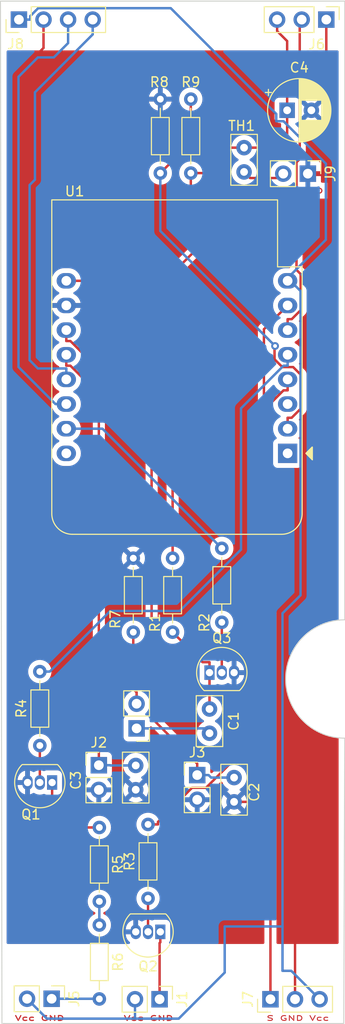
<source format=kicad_pcb>
(kicad_pcb (version 20221018) (generator pcbnew)
  (title_block (comment 4 "AISLER Project ID: RXVASBWQ"))
  (layers (0 "F.Cu" signal) (31 "B.Cu" signal) (34 "B.Paste" user) (35 "F.Paste" user) (36 "B.SilkS" user "B.Silkscreen") (37 "F.SilkS" user "F.Silkscreen") (38 "B.Mask" user) (39 "F.Mask" user) (44 "Edge.Cuts" user))
  (net 0 "")
  (net 1 "Net-(Q3-C)")
  (net 2 "Net-(J4-Pin_1)")
  (net 3 "GND")
  (net 4 "Net-(J3-Pin_1)")
  (net 5 "Net-(J2-Pin_1)")
  (net 6 "Net-(J1-Pin_1)")
  (net 7 "+3.3V")
  (net 8 "Net-(J5-Pin_1)")
  (net 9 "Net-(J6-Pin_2)")
  (net 10 "+5V")
  (net 11 "Net-(J7-Pin_1)")
  (net 12 "Net-(J8-Pin_3)")
  (net 13 "Net-(J8-Pin_4)")
  (net 14 "Net-(Q1-B)")
  (net 15 "Net-(Q2-B)")
  (net 16 "Net-(Q3-B)")
  (net 17 "Net-(U1-RX)")
  (net 18 "Net-(U1-CS{slash}D8)")
  (net 19 "Net-(U1-MISO{slash}D6)")
  (net 21 "Net-(U1-A0)")
  (net 24 "Net-(Q1-C)")
  (net 25 "Net-(R5-Pad2)")
  (net 26 "Net-(J4-Pin_2)")
  (net 27 "Net-(J9-Pin_2)")
  (footprint "Resistor_THT:R_Axial_DIN0204_L3.6mm_D1.6mm_P7.62mm_Horizontal" (layer "F.Cu") (at 130.556 114.554 -90)
    (fp_text reference "R7" (at 6.296 1.856 -90) (layer "F.SilkS"))
    (fp_text value "0R")
    (pad "1" thru_hole circle (at 0 0 270) (size 1.4 1.4) (drill 0.7) (layers "*.Cu" "*.Mask") (net 3 "GND"))
    (pad "2" thru_hole oval (at 7.62 0 270) (size 1.4 1.4) (drill 0.7) (layers "*.Cu" "*.Mask") (net 26 "Net-(J4-Pin_2)"))
  )
  (footprint "Package_TO_SOT_THT:TO-92_Inline" (layer "F.Cu") (at 138.43 126.344)
    (fp_text reference "Q3" (at 1.27 -3.56) (layer "F.SilkS"))
    (fp_text value "BC547" hide)
    (pad "1" thru_hole rect (at 0 0) (size 1.05 1.5) (drill 0.75) (layers "*.Cu" "*.Mask") (net 1 "Net-(Q3-C)"))
    (pad "2" thru_hole oval (at 1.27 0) (size 1.05 1.5) (drill 0.75) (layers "*.Cu" "*.Mask") (net 16 "Net-(Q3-B)"))
    (pad "3" thru_hole oval (at 2.54 0) (size 1.05 1.5) (drill 0.75) (layers "*.Cu" "*.Mask") (net 3 "GND"))
  )
  (footprint "Resistor_THT:R_Axial_DIN0204_L3.6mm_D1.6mm_P7.62mm_Horizontal" (layer "F.Cu") (at 134.62 122.174 90)
    (fp_text reference "R1" (at 0.974 -1.82 90) (layer "F.SilkS"))
    (fp_text value "39R")
    (pad "1" thru_hole circle (at 0 0 90) (size 1.4 1.4) (drill 0.7) (layers "*.Cu" "*.Mask") (net 1 "Net-(Q3-C)"))
    (pad "2" thru_hole oval (at 7.62 0 90) (size 1.4 1.4) (drill 0.7) (layers "*.Cu" "*.Mask") (net 10 "+5V"))
  )
  (footprint "Connector_PinHeader_2.54mm:PinHeader_1x02_P2.54mm_Vertical" (layer "F.Cu") (at 130.9 132.09 180)
    (fp_text reference "J4" hide)
    (fp_text value "Speaker")
    (pad "1" thru_hole rect (at 0 0 180) (size 1.7 1.7) (drill 1) (layers "*.Cu" "*.Mask") (net 2 "Net-(J4-Pin_1)"))
    (pad "2" thru_hole oval (at 0 2.54 180) (size 1.7 1.7) (drill 1) (layers "*.Cu" "*.Mask") (net 26 "Net-(J4-Pin_2)"))
  )
  (footprint "Connector_PinHeader_2.54mm:PinHeader_1x04_P2.54mm_Vertical" (layer "F.Cu") (at 118.745 59.055 90)
    (fp_text reference "J8" (at -2.525 -0.335 180) (layer "F.SilkS"))
    (fp_text value "Display")
    (pad "1" thru_hole rect (at 0 0 90) (size 1.7 1.7) (drill 1) (layers "*.Cu" "*.Mask") (net 7 "+3.3V"))
    (pad "2" thru_hole oval (at 0 2.54 90) (size 1.7 1.7) (drill 1) (layers "*.Cu" "*.Mask") (net 3 "GND"))
    (pad "3" thru_hole oval (at 0 5.08 90) (size 1.7 1.7) (drill 1) (layers "*.Cu" "*.Mask") (net 12 "Net-(J8-Pin_3)"))
    (pad "4" thru_hole oval (at 0 7.62 90) (size 1.7 1.7) (drill 1) (layers "*.Cu" "*.Mask") (net 13 "Net-(J8-Pin_4)"))
  )
  (footprint "Capacitor_THT:C_Disc_D5.0mm_W2.5mm_P2.50mm" (layer "F.Cu") (at 138.43 130.0914 -90)
    (fp_text reference "C1" (at 1.25 -2.5 -90) (layer "F.SilkS"))
    (fp_text value "C_Polarized_Small")
    (pad "1" thru_hole circle (at 0 0 270) (size 1.6 1.6) (drill 0.8) (layers "*.Cu" "*.Mask") (net 1 "Net-(Q3-C)"))
    (pad "2" thru_hole circle (at 2.5 0 270) (size 1.6 1.6) (drill 0.8) (layers "*.Cu" "*.Mask") (net 2 "Net-(J4-Pin_1)"))
  )
  (footprint "Capacitor_THT:CP_Radial_D6.3mm_P2.50mm" (layer "F.Cu") (at 146.45 68.4)
    (fp_text reference "C4" (at 1.25 -4.4) (layer "F.SilkS"))
    (fp_text value "100uF optional" hide)
    (pad "1" thru_hole rect (at 0 0) (size 1.6 1.6) (drill 0.8) (layers "*.Cu" "*.Mask") (net 10 "+5V"))
    (pad "2" thru_hole circle (at 2.5 0) (size 1.6 1.6) (drill 0.8) (layers "*.Cu" "*.Mask") (net 3 "GND"))
  )
  (footprint "Connector_PinHeader_2.54mm:PinHeader_1x02_P2.54mm_Vertical" (layer "F.Cu") (at 137.16 136.901)
    (fp_text reference "J3" (at 0 -2.33) (layer "F.SilkS"))
    (fp_text value "Aim_B")
    (pad "1" thru_hole rect (at 0 0) (size 1.7 1.7) (drill 1) (layers "*.Cu" "*.Mask") (net 4 "Net-(J3-Pin_1)"))
    (pad "2" thru_hole oval (at 0 2.54) (size 1.7 1.7) (drill 1) (layers "*.Cu" "*.Mask") (net 3 "GND"))
  )
  (footprint "Connector_PinHeader_2.54mm:PinHeader_1x03_P2.54mm_Vertical" (layer "F.Cu") (at 144.725 160 90)
    (fp_text reference "J7" (at 0 -2.33 90) (layer "F.SilkS"))
    (fp_text value "IR_RCV")
    (pad "1" thru_hole rect (at 0 0 90) (size 1.7 1.7) (drill 1) (layers "*.Cu" "*.Mask") (net 11 "Net-(J7-Pin_1)"))
    (pad "2" thru_hole oval (at 0 2.54 90) (size 1.7 1.7) (drill 1) (layers "*.Cu" "*.Mask") (net 3 "GND"))
    (pad "3" thru_hole oval (at 0 5.08 90) (size 1.7 1.7) (drill 1) (layers "*.Cu" "*.Mask") (net 7 "+3.3V"))
  )
  (footprint "Capacitor_THT:C_Disc_D5.0mm_W2.5mm_P2.50mm" (layer "F.Cu") (at 140.97 139.66 90)
    (fp_text reference "C2" (at 0.99 2.08 90) (layer "F.SilkS"))
    (fp_text value "104nF" hide)
    (pad "1" thru_hole circle (at 0 0 90) (size 1.6 1.6) (drill 0.8) (layers "*.Cu" "*.Mask") (net 3 "GND"))
    (pad "2" thru_hole circle (at 2.5 0 90) (size 1.6 1.6) (drill 0.8) (layers "*.Cu" "*.Mask") (net 4 "Net-(J3-Pin_1)"))
  )
  (footprint "Capacitor_THT:C_Disc_D5.0mm_W2.5mm_P2.50mm" (layer "F.Cu") (at 142 74.75 90)
    (fp_text reference "TH1" (at 4.75 -0.25 180) (layer "F.SilkS"))
    (fp_text value "Thermistor_PTC")
    (pad "1" thru_hole circle (at 0 0 90) (size 1.6 1.6) (drill 0.8) (layers "*.Cu" "*.Mask") (net 27 "Net-(J9-Pin_2)"))
    (pad "2" thru_hole circle (at 2.5 0 90) (size 1.6 1.6) (drill 0.8) (layers "*.Cu" "*.Mask") (net 10 "+5V"))
  )
  (footprint "Resistor_THT:R_Axial_DIN0204_L3.6mm_D1.6mm_P7.62mm_Horizontal" (layer "F.Cu") (at 120.904 133.858 90)
    (fp_text reference "R4" (at 3.81 -1.92 90) (layer "F.SilkS"))
    (fp_text value "10K")
    (pad "1" thru_hole circle (at 0 0 90) (size 1.4 1.4) (drill 0.7) (layers "*.Cu" "*.Mask") (net 14 "Net-(Q1-B)"))
    (pad "2" thru_hole oval (at 7.62 0 90) (size 1.4 1.4) (drill 0.7) (layers "*.Cu" "*.Mask") (net 19 "Net-(U1-MISO{slash}D6)"))
  )
  (footprint "Connector_PinHeader_2.54mm:PinHeader_1x02_P2.54mm_Vertical" (layer "F.Cu") (at 148.59 74.93 -90)
    (fp_text reference "J9" (at 0 -2.33 90) (layer "F.SilkS"))
    (fp_text value "Power")
    (pad "1" thru_hole rect (at 0 0 270) (size 1.7 1.7) (drill 1) (layers "*.Cu" "*.Mask") (net 3 "GND"))
    (pad "2" thru_hole oval (at 0 2.54 270) (size 1.7 1.7) (drill 1) (layers "*.Cu" "*.Mask") (net 27 "Net-(J9-Pin_2)"))
  )
  (footprint "Resistor_THT:R_Axial_DIN0204_L3.6mm_D1.6mm_P7.62mm_Horizontal" (layer "F.Cu") (at 132.08 149.606 90)
    (fp_text reference "R3" (at 3.81 -1.92 90) (layer "F.SilkS"))
    (fp_text value "10K")
    (pad "1" thru_hole circle (at 0 0 90) (size 1.4 1.4) (drill 0.7) (layers "*.Cu" "*.Mask") (net 15 "Net-(Q2-B)"))
    (pad "2" thru_hole oval (at 7.62 0 90) (size 1.4 1.4) (drill 0.7) (layers "*.Cu" "*.Mask") (net 18 "Net-(U1-CS{slash}D8)"))
  )
  (footprint "Module:WEMOS_D1_mini_light" (layer "F.Cu") (at 146.5 103.75 180)
    (fp_text reference "U1" (at 22 27) (layer "F.SilkS"))
    (fp_text value "WeMos_D1_mini")
    (pad "1" thru_hole rect (at 0 0 180) (size 2 2) (drill 1) (layers "*.Cu" "*.Mask"))
    (pad "2" thru_hole oval (at 0 2.54 180) (size 2 1.6) (drill 1) (layers "*.Cu" "*.Mask") (net 21 "Net-(U1-A0)"))
    (pad "3" thru_hole oval (at 0 5.08 180) (size 2 1.6) (drill 1) (layers "*.Cu" "*.Mask"))
    (pad "4" thru_hole oval (at 0 7.62 180) (size 2 1.6) (drill 1) (layers "*.Cu" "*.Mask") (net 11 "Net-(J7-Pin_1)"))
    (pad "5" thru_hole oval (at 0 10.16 180) (size 2 1.6) (drill 1) (layers "*.Cu" "*.Mask") (net 19 "Net-(U1-MISO{slash}D6)"))
    (pad "6" thru_hole oval (at 0 12.7 180) (size 2 1.6) (drill 1) (layers "*.Cu" "*.Mask") (net 9 "Net-(J6-Pin_2)"))
    (pad "7" thru_hole oval (at 0 15.24 180) (size 2 1.6) (drill 1) (layers "*.Cu" "*.Mask") (net 18 "Net-(U1-CS{slash}D8)"))
    (pad "8" thru_hole oval (at 0 17.78 180) (size 2 1.6) (drill 1) (layers "*.Cu" "*.Mask") (net 7 "+3.3V"))
    (pad "9" thru_hole oval (at 22.86 17.78 180) (size 2 1.6) (drill 1) (layers "*.Cu" "*.Mask") (net 10 "+5V"))
    (pad "10" thru_hole oval (at 22.86 15.24 180) (size 2 1.6) (drill 1) (layers "*.Cu" "*.Mask") (net 3 "GND"))
    (pad "11" thru_hole oval (at 22.86 12.7 180) (size 2 1.6) (drill 1) (layers "*.Cu" "*.Mask") (net 4 "Net-(J3-Pin_1)"))
    (pad "12" thru_hole oval (at 22.86 10.16 180) (size 2 1.6) (drill 1) (layers "*.Cu" "*.Mask") (net 5 "Net-(J2-Pin_1)"))
    (pad "13" thru_hole oval (at 22.86 7.62 180) (size 2 1.6) (drill 1) (layers "*.Cu" "*.Mask") (net 13 "Net-(J8-Pin_4)"))
    (pad "14" thru_hole oval (at 22.86 5.08 180) (size 2 1.6) (drill 1) (layers "*.Cu" "*.Mask") (net 12 "Net-(J8-Pin_3)"))
    (pad "15" thru_hole oval (at 22.86 2.54 180) (size 2 1.6) (drill 1) (layers "*.Cu" "*.Mask") (net 17 "Net-(U1-RX)"))
    (pad "16" thru_hole oval (at 22.86 0 180) (size 2 1.6) (drill 1) (layers "*.Cu" "*.Mask"))
  )
  (footprint "Resistor_THT:R_Axial_DIN0204_L3.6mm_D1.6mm_P7.62mm_Horizontal" (layer "F.Cu") (at 127.05 142.3 -90)
    (fp_text reference "R5" (at 3.81 -1.92 -90) (layer "F.SilkS"))
    (fp_text value "160R")
    (pad "1" thru_hole circle (at 0 0 270) (size 1.4 1.4) (drill 0.7) (layers "*.Cu" "*.Mask") (net 24 "Net-(Q1-C)"))
    (pad "2" thru_hole oval (at 7.62 0 270) (size 1.4 1.4) (drill 0.7) (layers "*.Cu" "*.Mask") (net 25 "Net-(R5-Pad2)"))
  )
  (footprint "Connector_PinHeader_2.54mm:PinHeader_1x02_P2.54mm_Vertical" (layer "F.Cu") (at 127 135.885)
    (fp_text reference "J2" (at 0 -2.33) (layer "F.SilkS"))
    (fp_text value "Shoot_B")
    (pad "1" thru_hole rect (at 0 0) (size 1.7 1.7) (drill 1) (layers "*.Cu" "*.Mask") (net 5 "Net-(J2-Pin_1)"))
    (pad "2" thru_hole oval (at 0 2.54) (size 1.7 1.7) (drill 1) (layers "*.Cu" "*.Mask") (net 3 "GND"))
  )
  (footprint "Capacitor_THT:C_Disc_D5.0mm_W2.5mm_P2.50mm" (layer "F.Cu") (at 130.81 138.41 90)
    (fp_text reference "C3" (at 0.97 -6.19 90) (layer "F.SilkS"))
    (fp_text value "104nF")
    (pad "1" thru_hole circle (at 0 0 90) (size 1.6 1.6) (drill 0.8) (layers "*.Cu" "*.Mask") (net 3 "GND"))
    (pad "2" thru_hole circle (at 2.5 0 90) (size 1.6 1.6) (drill 0.8) (layers "*.Cu" "*.Mask") (net 5 "Net-(J2-Pin_1)"))
  )
  (footprint "Resistor_THT:R_Axial_DIN0204_L3.6mm_D1.6mm_P7.62mm_Horizontal" (layer "F.Cu") (at 133.35 74.87 90)
    (fp_text reference "R8" (at 9.37 -0.1 180) (layer "F.SilkS"))
    (fp_text value "200000R")
    (pad "1" thru_hole circle (at 0 0 90) (size 1.4 1.4) (drill 0.7) (layers "*.Cu" "*.Mask") (net 21 "Net-(U1-A0)"))
    (pad "2" thru_hole oval (at 7.62 0 90) (size 1.4 1.4) (drill 0.7) (layers "*.Cu" "*.Mask") (net 3 "GND"))
  )
  (footprint "Connector_PinHeader_2.54mm:PinHeader_1x02_P2.54mm_Vertical" (layer "F.Cu") (at 122.125 159.95 -90)
    (fp_text reference "J5" (at 0 -2.33 90) (layer "F.SilkS"))
    (fp_text value "Shoot_laser")
    (pad "1" thru_hole rect (at 0 0 270) (size 1.7 1.7) (drill 1) (layers "*.Cu" "*.Mask") (net 8 "Net-(J5-Pin_1)"))
    (pad "2" thru_hole oval (at 0 2.54 270) (size 1.7 1.7) (drill 1) (layers "*.Cu" "*.Mask") (net 7 "+3.3V"))
  )
  (footprint "Connector_PinHeader_2.54mm:PinHeader_1x03_P2.54mm_Vertical" (layer "F.Cu") (at 150.495 59.055 -90)
    (fp_text reference "J6" (at 2.555 0.985 -180) (layer "F.SilkS"))
    (fp_text value "Neopixel")
    (pad "1" thru_hole rect (at 0 0 270) (size 1.7 1.7) (drill 1) (layers "*.Cu" "*.Mask") (net 3 "GND"))
    (pad "2" thru_hole oval (at 0 2.54 270) (size 1.7 1.7) (drill 1) (layers "*.Cu" "*.Mask") (net 9 "Net-(J6-Pin_2)"))
    (pad "3" thru_hole oval (at 0 5.08 270) (size 1.7 1.7) (drill 1) (layers "*.Cu" "*.Mask") (net 10 "+5V"))
  )
  (footprint "Resistor_THT:R_Axial_DIN0204_L3.6mm_D1.6mm_P7.62mm_Horizontal" (layer "F.Cu") (at 127.05 152.35 -90)
    (fp_text reference "R6" (at 3.81 -1.92 -90) (layer "F.SilkS"))
    (fp_text value "6.2R")
    (pad "1" thru_hole circle (at 0 0 270) (size 1.4 1.4) (drill 0.7) (layers "*.Cu" "*.Mask") (net 25 "Net-(R5-Pad2)"))
    (pad "2" thru_hole oval (at 7.62 0 270) (size 1.4 1.4) (drill 0.7) (layers "*.Cu" "*.Mask") (net 8 "Net-(J5-Pin_1)"))
  )
  (footprint "Connector_PinHeader_2.54mm:PinHeader_1x02_P2.54mm_Vertical" (layer "F.Cu") (at 133.275 160 -90)
    (fp_text reference "J1" (at 0 -2.33 90) (layer "F.SilkS"))
    (fp_text value "Aim_Laser")
    (pad "1" thru_hole rect (at 0 0 270) (size 1.7 1.7) (drill 1) (layers "*.Cu" "*.Mask") (net 6 "Net-(J1-Pin_1)"))
    (pad "2" thru_hole oval (at 0 2.54 270) (size 1.7 1.7) (drill 1) (layers "*.Cu" "*.Mask") (net 7 "+3.3V"))
  )
  (footprint "Package_TO_SOT_THT:TO-92_Inline" (layer "F.Cu") (at 133.35 153.056 180)
    (fp_text reference "Q2" (at 1.27 -3.56) (layer "F.SilkS"))
    (fp_text value "BC547" hide)
    (pad "1" thru_hole rect (at 0 0 180) (size 1.05 1.5) (drill 0.75) (layers "*.Cu" "*.Mask") (net 6 "Net-(J1-Pin_1)"))
    (pad "2" thru_hole oval (at 1.27 0 180) (size 1.05 1.5) (drill 0.75) (layers "*.Cu" "*.Mask") (net 15 "Net-(Q2-B)"))
    (pad "3" thru_hole oval (at 2.54 0 180) (size 1.05 1.5) (drill 0.75) (layers "*.Cu" "*.Mask") (net 3 "GND"))
  )
  (footprint "Resistor_THT:R_Axial_DIN0204_L3.6mm_D1.6mm_P7.62mm_Horizontal" (layer "F.Cu") (at 139.7 113.538 -90)
    (fp_text reference "R2" (at 7.662 1.8 -90) (layer "F.SilkS"))
    (fp_text value "1K")
    (pad "1" thru_hole circle (at 0 0 270) (size 1.4 1.4) (drill 0.7) (layers "*.Cu" "*.Mask") (net 17 "Net-(U1-RX)"))
    (pad "2" thru_hole oval (at 7.62 0 270) (size 1.4 1.4) (drill 0.7) (layers "*.Cu" "*.Mask") (net 16 "Net-(Q3-B)"))
  )
  (footprint "Package_TO_SOT_THT:TO-92_Inline" (layer "F.Cu") (at 122.174 137.668 180)
    (fp_text reference "Q1" (at 2.1924 -3.2942) (layer "F.SilkS"))
    (fp_text value "BC547" hide)
    (pad "1" thru_hole rect (at 0 0 180) (size 1.05 1.5) (drill 0.75) (layers "*.Cu" "*.Mask") (net 24 "Net-(Q1-C)"))
    (pad "2" thru_hole oval (at 1.27 0 180) (size 1.05 1.5) (drill 0.75) (layers "*.Cu" "*.Mask") (net 14 "Net-(Q1-B)"))
    (pad "3" thru_hole oval (at 2.54 0 180) (size 1.05 1.5) (drill 0.75) (layers "*.Cu" "*.Mask") (net 3 "GND"))
  )
  (footprint "Resistor_THT:R_Axial_DIN0204_L3.6mm_D1.6mm_P7.62mm_Horizontal" (layer "F.Cu") (at 136.5 74.87 90)
    (fp_text reference "R9" (at 9.37 0 180) (layer "F.SilkS"))
    (fp_text value "100000R")
    (pad "1" thru_hole circle (at 0 0 90) (size 1.4 1.4) (drill 0.7) (layers "*.Cu" "*.Mask") (net 10 "+5V"))
    (pad "2" thru_hole oval (at 7.62 0 90) (size 1.4 1.4) (drill 0.7) (layers "*.Cu" "*.Mask") (net 21 "Net-(U1-A0)"))
  )
  (gr_line (start 152.4 133.096) (end 152.2984 162.5) (stroke (width 0.1)) (layer "Edge.Cuts"))
  (gr_line (start 116.84 57.15) (end 116.9924 162.5) (stroke (width 0.1)) (layer "Edge.Cuts"))
  (gr_line (start 152.4 57.15) (end 152.4 120.904) (stroke (width 0.1)) (layer "Edge.Cuts"))
  (gr_arc (start 152.4 133.096) (mid 146.304 127) (end 152.4 120.904) (stroke (width 0.1)) (layer "Edge.Cuts"))
  (gr_line (start 152.4 57.15) (end 116.84 57.15) (stroke (width 0.1)) (layer "Edge.Cuts"))
  (gr_line (start 116.9924 162.5) (end 152.2984 162.5) (stroke (width 0.1)) (layer "Edge.Cuts"))
  (gr_text "Vcc GND" (at 118.25 162.25) (layer "F.Cu") (effects (font (size 0.5 0.8) (thickness 0.125) bold) (justify left bottom)))
  (gr_text "5V  GND" (at 145 77) (layer "F.Cu") (effects (font (size 0.5 0.8) (thickness 0.125) bold) (justify left bottom)))
  (gr_text "S GND Vcc" (at 144.25 162.25) (layer "F.Cu") (effects (font (size 0.5 0.8) (thickness 0.1) bold) (justify left bottom)))
  (gr_text "Vcc GND" (at 129.5 162.25) (layer "F.Cu") (effects (font (size 0.5 0.8) (thickness 0.125) bold) (justify left bottom)))
  (segment (start 138.43 130.091) (end 138.43 130.0914) (width 0.25) (layer "F.Cu") (net 1))
  (segment (start 138.43 125.267) (end 138.43 126.344) (width 0.25) (layer "F.Cu") (net 1))
  (segment (start 138.43 130.091) (end 138.43 126.344) (width 0.25) (layer "F.Cu") (net 1))
  (segment (start 137.713 125.267) (end 138.43 125.267) (width 0.25) (layer "F.Cu") (net 1))
  (segment (start 134.62 122.174) (end 137.713 125.267) (width 0.25) (layer "F.Cu") (net 1))
  (segment (start 138.43 132.091) (end 138.4296 132.091) (width 0.25) (layer "B.Cu") (net 2))
  (segment (start 138.4296 132.091) (end 138.43 132.0914) (width 0.25) (layer "B.Cu") (net 2))
  (segment (start 132.077 132.09) (end 130.9 132.09) (width 0.25) (layer "B.Cu") (net 2))
  (segment (start 138.4296 132.091) (end 132.078 132.091) (width 0.25) (layer "B.Cu") (net 2))
  (segment (start 132.078 132.091) (end 132.077 132.09) (width 0.25) (layer "B.Cu") (net 2))
  (segment (start 121.285 61.9752) (end 121.285 59.055) (width 0.25) (layer "F.Cu") (net 3))
  (segment (start 142.99 139.66) (end 140.97 139.66) (width 0.25) (layer "F.Cu") (net 3))
  (segment (start 147.265 153.515) (end 147.25 153.5) (width 0.25) (layer "F.Cu") (net 3))
  (segment (start 143 139.65) (end 142.99 139.66) (width 0.25) (layer "F.Cu") (net 3))
  (segment (start 147.265 160) (end 147.265 153.515) (width 0.25) (layer "F.Cu") (net 3))
  (segment (start 150.495 64.4482) (end 150.495 59.055) (width 0.25) (layer "F.Cu") (net 3))
  (segment (start 120.413 62.8475) (end 121.285 61.9752) (width 0.25) (layer "F.Cu") (net 3))
  (segment (start 124.063 92.1769) (end 132.45 100.564) (width 0.25) (layer "F.Cu") (net 4))
  (segment (start 137.16 135.724) (end 137.16 136.901) (width 0.25) (layer "F.Cu") (net 4))
  (segment (start 132.45 100.564) (end 132.45 131.014) (width 0.25) (layer "F.Cu") (net 4))
  (segment (start 132.45 131.014) (end 137.16 135.724) (width 0.25) (layer "F.Cu") (net 4))
  (segment (start 123.64 91.05) (end 123.64 92.1769) (width 0.25) (layer "F.Cu") (net 4))
  (segment (start 123.64 92.1769) (end 124.063 92.1769) (width 0.25) (layer "F.Cu") (net 4))
  (segment (start 140.97 137.16) (end 138.596 137.16) (width 0.25) (layer "B.Cu") (net 4))
  (segment (start 138.337 136.901) (end 137.16 136.901) (width 0.25) (layer "B.Cu") (net 4))
  (segment (start 138.596 137.16) (end 138.337 136.901) (width 0.25) (layer "B.Cu") (net 4))
  (segment (start 127 97.6543) (end 127 135.885) (width 0.25) (layer "F.Cu") (net 5))
  (segment (start 124.063 94.7169) (end 127 97.6543) (width 0.25) (layer "F.Cu") (net 5))
  (segment (start 123.64 93.59) (end 123.64 94.7169) (width 0.25) (layer "F.Cu") (net 5))
  (segment (start 123.64 94.7169) (end 124.063 94.7169) (width 0.25) (layer "F.Cu") (net 5))
  (segment (start 127 135.885) (end 128.177 135.885) (width 0.25) (layer "B.Cu") (net 5))
  (segment (start 128.177 135.885) (end 128.202 135.91) (width 0.25) (layer "B.Cu") (net 5))
  (segment (start 128.202 135.91) (end 130.81 135.91) (width 0.25) (layer "B.Cu") (net 5))
  (segment (start 133.275 154.208) (end 133.35 154.133) (width 0.25) (layer "F.Cu") (net 6))
  (segment (start 133.35 154.133) (end 133.35 153.056) (width 0.25) (layer "F.Cu") (net 6))
  (segment (start 133.275 160) (end 133.275 154.208) (width 0.25) (layer "F.Cu") (net 6))
  (segment (start 119.922 58.6871) (end 119.922 59.055) (width 0.25) (layer "B.Cu") (net 7))
  (segment (start 146.075 69.525) (end 145.325 69.525) (width 0.25) (layer "B.Cu") (net 7))
  (segment (start 145.325 69.525) (end 145.325 68.775) (width 0.25) (layer "B.Cu") (net 7))
  (segment (start 150.45 73.9) (end 146.075 69.525) (width 0.25) (layer "B.Cu") (net 7))
  (segment (start 134.428 57.8781) (end 120.731 57.8781) (width 0.25) (layer "B.Cu") (net 7))
  (segment (start 145.971 157.071) (end 146.876 157.071) (width 0.25) (layer "B.Cu") (net 7))
  (segment (start 121.635 162) (end 119.585 159.95) (width 0.25) (layer "B.Cu") (net 7))
  (segment (start 145.971 152.5) (end 140 152.5) (width 0.25) (layer "B.Cu") (net 7))
  (segment (start 146.5 85.6882) (end 150.45 81.7382) (width 0.25) (layer "B.Cu") (net 7))
  (segment (start 145.971 120.23) (end 145.971 152.5) (width 0.25) (layer "B.Cu") (net 7))
  (segment (start 146.5 85.97) (end 146.5 85.6882) (width 0.25) (layer "B.Cu") (net 7))
  (segment (start 140 157.25) (end 135.25 162) (width 0.25) (layer "B.Cu") (net 7))
  (segment (start 120.731 57.8781) (end 119.922 58.6871) (width 0.25) (layer "B.Cu") (net 7))
  (segment (start 145.325 68.775) (end 134.428 57.8781) (width 0.25) (layer "B.Cu") (net 7))
  (segment (start 147.834 118.368) (end 145.971 120.23) (width 0.25) (layer "B.Cu") (net 7))
  (segment (start 130.735 161.985) (end 130.75 162) (width 0.25) (layer "B.Cu") (net 7))
  (segment (start 130.75 162) (end 121.635 162) (width 0.25) (layer "B.Cu") (net 7))
  (segment (start 130.735 160) (end 130.735 161.985) (width 0.25) (layer "B.Cu") (net 7))
  (segment (start 135.25 162) (end 130.75 162) (width 0.25) (layer "B.Cu") (net 7))
  (segment (start 147.834 87.0217) (end 147.834 118.368) (width 0.25) (layer "B.Cu") (net 7))
  (segment (start 119.922 59.055) (end 118.745 59.055) (width 0.25) (layer "B.Cu") (net 7))
  (segment (start 140 152.5) (end 140 157.25) (width 0.25) (layer "B.Cu") (net 7))
  (segment (start 146.5 85.6882) (end 147.834 87.0217) (width 0.25) (layer "B.Cu") (net 7))
  (segment (start 146.876 157.071) (end 149.805 160) (width 0.25) (layer "B.Cu") (net 7))
  (segment (start 150.45 81.7382) (end 150.45 73.9) (width 0.25) (layer "B.Cu") (net 7))
  (segment (start 145.971 152.5) (end 145.971 157.071) (width 0.25) (layer "B.Cu") (net 7))
  (segment (start 122.125 159.95) (end 127.03 159.95) (width 0.25) (layer "B.Cu") (net 8))
  (segment (start 127.03 159.95) (end 127.05 159.97) (width 0.25) (layer "B.Cu") (net 8))
  (segment (start 146.5 89.9231) (end 146.923 89.9231) (width 0.25) (layer "F.Cu") (net 9))
  (segment (start 147.415 73.755) (end 147.75 73.42) (width 0.25) (layer "F.Cu") (net 9))
  (segment (start 147.844 89.0021) (end 147.844 85.2736) (width 0.25) (layer "F.Cu") (net 9))
  (segment (start 146.923 89.9231) (end 147.844 89.0021) (width 0.25) (layer "F.Cu") (net 9))
  (segment (start 147.75 59.26) (end 147.955 59.055) (width 0.25) (layer "F.Cu") (net 9))
  (segment (start 147.844 85.2736) (end 147.415 84.845) (width 0.25) (layer "F.Cu") (net 9))
  (segment (start 147.75 73.42) (end 147.75 59.26) (width 0.25) (layer "F.Cu") (net 9))
  (segment (start 147.415 84.845) (end 147.415 73.755) (width 0.25) (layer "F.Cu") (net 9))
  (segment (start 146.5 91.05) (end 146.5 89.9231) (width 0.25) (layer "F.Cu") (net 9))
  (segment (start 142 72.25) (end 139.25 72.25) (width 0.25) (layer "F.Cu") (net 10))
  (segment (start 134.62 86.7569) (end 134.62 114.554) (width 0.25) (layer "F.Cu") (net 10))
  (segment (start 145.415 60.2319) (end 146.45 61.2669) (width 0.25) (layer "F.Cu") (net 10))
  (segment (start 133.833 85.97) (end 139.8031 79.9999) (width 0.25) (layer "F.Cu") (net 10))
  (segment (start 139.25 74.75) (end 139.13 74.87) (width 0.25) (layer "F.Cu") (net 10))
  (segment (start 139.25 72.25) (end 139.25 74.75) (width 0.25) (layer "F.Cu") (net 10))
  (segment (start 133.833 85.97) (end 134.62 86.7569) (width 0.25) (layer "F.Cu") (net 10))
  (segment (start 142 72.25) (end 146.25 72.25) (width 0.25) (layer "F.Cu") (net 10))
  (segment (start 146.45 72.05) (end 146.45 68.4) (width 0.25) (layer "F.Cu") (net 10))
  (segment (start 146.45 61.2669) (end 146.45 68.4) (width 0.25) (layer "F.Cu") (net 10))
  (segment (start 146.25 72.25) (end 146.45 72.05) (width 0.25) (layer "F.Cu") (net 10))
  (segment (start 139.13 74.87) (end 136.5 74.87) (width 0.25) (layer "F.Cu") (net 10))
  (segment (start 145.415 59.055) (end 145.415 60.2319) (width 0.25) (layer "F.Cu") (net 10))
  (segment (start 136.5 76.6968) (end 136.5 74.87) (width 0.25) (layer "F.Cu") (net 10))
  (segment (start 123.64 85.97) (end 133.833 85.97) (width 0.25) (layer "F.Cu") (net 10))
  (segment (start 139.8031 79.9999) (end 136.5 76.6968) (width 0.25) (layer "F.Cu") (net 10))
  (segment (start 146.5 96.13) (end 146.5 97.2569) (width 0.25) (layer "F.Cu") (net 11))
  (segment (start 146.077 97.2569) (end 144.725 98.6093) (width 0.25) (layer "F.Cu") (net 11))
  (segment (start 144.725 98.6093) (end 144.725 160) (width 0.25) (layer "F.Cu") (net 11))
  (segment (start 146.5 97.2569) (end 146.077 97.2569) (width 0.25) (layer "F.Cu") (net 11))
  (segment (start 120.7 62.95) (end 122.35 62.95) (width 0.25) (layer "B.Cu") (net 12))
  (segment (start 122.52 98.67) (end 118.7 94.85) (width 0.25) (layer "B.Cu") (net 12))
  (segment (start 118.7 64.95) (end 120.7 62.95) (width 0.25) (layer "B.Cu") (net 12))
  (segment (start 122.35 62.95) (end 123.825 61.475) (width 0.25) (layer "B.Cu") (net 12))
  (segment (start 123.825 61.475) (end 123.825 59.055) (width 0.25) (layer "B.Cu") (net 12))
  (segment (start 123.64 98.67) (end 122.52 98.67) (width 0.25) (layer "B.Cu") (net 12))
  (segment (start 118.7 94.85) (end 118.7 64.95) (width 0.25) (layer "B.Cu") (net 12))
  (segment (start 119.85 76.1) (end 119.85 94.15) (width 0.25) (layer "B.Cu") (net 13))
  (segment (start 120.4 75.55) (end 119.85 76.1) (width 0.25) (layer "B.Cu") (net 13))
  (segment (start 126.365 60.585) (end 120.4 66.55) (width 0.25) (layer "B.Cu") (net 13))
  (segment (start 126.365 59.055) (end 126.365 60.585) (width 0.25) (layer "B.Cu") (net 13))
  (segment (start 123.64 95.0031) (end 123.64 96.13) (width 0.25) (layer "B.Cu") (net 13))
  (segment (start 120.4 66.55) (end 120.4 75.55) (width 0.25) (layer "B.Cu") (net 13))
  (segment (start 119.85 94.15) (end 120.703 95.0031) (width 0.25) (layer "B.Cu") (net 13))
  (segment (start 120.703 95.0031) (end 123.64 95.0031) (width 0.25) (layer "B.Cu") (net 13))
  (segment (start 120.904 137.668) (end 120.904 133.858) (width 0.25) (layer "F.Cu") (net 14))
  (segment (start 132.08 153.056) (end 132.08 149.606) (width 0.25) (layer "F.Cu") (net 15))
  (segment (start 139.7 126.344) (end 139.7 121.158) (width 0.25) (layer "F.Cu") (net 16))
  (segment (start 123.64 101.21) (end 127.372 101.21) (width 0.25) (layer "B.Cu") (net 17))
  (segment (start 127.372 101.21) (end 139.7 113.538) (width 0.25) (layer "B.Cu") (net 17))
  (segment (start 144.051 132.229) (end 144.051 90.9593) (width 0.25) (layer "F.Cu") (net 18))
  (segment (start 136.627 138.21) (end 138.07 138.21) (width 0.25) (layer "F.Cu") (net 18))
  (segment (start 138.07 138.21) (end 144.051 132.229) (width 0.25) (layer "F.Cu") (net 18))
  (segment (start 133.107 141.729) (end 136.627 138.21) (width 0.25) (layer "F.Cu") (net 18))
  (segment (start 144.051 90.9593) (end 146.5 88.51) (width 0.25) (layer "F.Cu") (net 18))
  (segment (start 132.08 141.986) (end 133.107 141.986) (width 0.25) (layer "F.Cu") (net 18))
  (segment (start 133.107 141.986) (end 133.107 141.729) (width 0.25) (layer "F.Cu") (net 18))
  (segment (start 146.5 93.59) (end 146.5 94.7169) (width 0.25) (layer "B.Cu") (net 19))
  (segment (start 121.931 126.238) (end 120.904 126.238) (width 0.25) (layer "B.Cu") (net 19))
  (segment (start 146.077 94.7169) (end 141.684 99.1106) (width 0.25) (layer "B.Cu") (net 19))
  (segment (start 141.684 99.1106) (end 141.684 113.662) (width 0.25) (layer "B.Cu") (net 19))
  (segment (start 128.178 119.991) (end 121.931 126.238) (width 0.25) (layer "B.Cu") (net 19))
  (segment (start 141.684 113.662) (end 135.355 119.991) (width 0.25) (layer "B.Cu") (net 19))
  (segment (start 146.5 94.7169) (end 146.077 94.7169) (width 0.25) (layer "B.Cu") (net 19))
  (segment (start 135.355 119.991) (end 128.178 119.991) (width 0.25) (layer "B.Cu") (net 19))
  (segment (start 145.954 94.8599) (end 147.0706 94.8599) (width 0.25) (layer "F.Cu") (net 21))
  (segment (start 146.5 101.21) (end 146.5 100.0831) (width 0.25) (layer "F.Cu") (net 21))
  (segment (start 133.35 74.87) (end 136.5 71.72) (width 0.25) (layer "F.Cu") (net 21))
  (segment (start 146.9169 100.0831) (end 146.5 100.0831) (width 0.25) (layer "F.Cu") (net 21))
  (segment (start 145.1476 92.742) (end 145.1476 94.0535) (width 0.25) (layer "F.Cu") (net 21))
  (segment (start 147.0706 94.8599) (end 147.8269 95.6162) (width 0.25) (layer "F.Cu") (net 21))
  (segment (start 145.2026 92.687) (end 145.1476 92.742) (width 0.25) (layer "F.Cu") (net 21))
  (segment (start 147.8269 95.6162) (end 147.8269 99.1731) (width 0.25) (layer "F.Cu") (net 21))
  (segment (start 145.1476 94.0535) (end 145.954 94.8599) (width 0.25) (layer "F.Cu") (net 21))
  (segment (start 147.8269 99.1731) (end 146.9169 100.0831) (width 0.25) (layer "F.Cu") (net 21))
  (segment (start 136.5 71.72) (end 136.5 67.25) (width 0.25) (layer "F.Cu") (net 21))
  (via (at 145.2026 92.687) (size 0.8) (drill 0.4) (layers "F.Cu" "B.Cu") (net 21))
  (segment (start 133.35 80.8344) (end 145.2026 92.687) (width 0.25) (layer "B.Cu") (net 21))
  (segment (start 133.35 74.87) (end 133.35 80.8344) (width 0.25) (layer "B.Cu") (net 21))
  (segment (start 122.174 142.138) (end 122.174 137.668) (width 0.25) (layer "F.Cu") (net 24))
  (segment (start 127.05 142.3) (end 122.336 142.3) (width 0.25) (layer "F.Cu") (net 24))
  (segment (start 122.336 142.3) (end 122.174 142.138) (width 0.25) (layer "F.Cu") (net 24))
  (segment (start 127.05 149.92) (end 127.05 152.35) (width 0.25) (layer "B.Cu") (net 25))
  (segment (start 130.9 128.373) (end 130.556 128.029) (width 0.25) (layer "F.Cu") (net 26))
  (segment (start 130.556 128.029) (end 130.556 122.174) (width 0.25) (layer "F.Cu") (net 26))
  (segment (start 130.9 129.55) (end 130.9 128.373) (width 0.25) (layer "F.Cu") (net 26))
  (segment (start 142.63 75.38) (end 146.05 75.38) (width 0.25) (layer "F.Cu") (net 27))
  (segment (start 142 74.75) (end 142.63 75.38) (width 0.25) (layer "F.Cu") (net 27))
  (zone (net 3) (net_name "GND") (layer "F.Cu") (priority 1) (connect_pads (clearance 0.5)) (min_thickness 0.25) (fill yes (thermal_gap 0.5) (thermal_bridge_width 0.5))
    (polygon (pts (xy 117.475 62.23) (xy 151.765 62.23) (xy 151.765 154.305) (xy 117.475 154.305)))
  )
  (zone (net 3) (net_name "GND") (layer "B.Cu") (connect_pads (clearance 0.5)) (min_thickness 0.25) (fill yes (thermal_gap 0.5) (thermal_bridge_width 0.5))
    (polygon (pts (xy 151.765 62.23) (xy 117.475 62.23) (xy 117.475 154.305) (xy 151.765 154.305)))
  )
)
</source>
